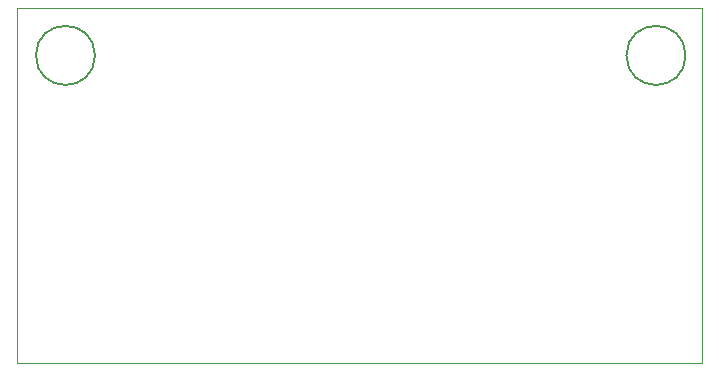
<source format=gbr>
%TF.GenerationSoftware,KiCad,Pcbnew,8.0.1*%
%TF.CreationDate,2024-06-21T13:32:41-03:00*%
%TF.ProjectId,bycicle-speedometer-v2,62796369-636c-4652-9d73-706565646f6d,rev?*%
%TF.SameCoordinates,Original*%
%TF.FileFunction,Profile,NP*%
%FSLAX46Y46*%
G04 Gerber Fmt 4.6, Leading zero omitted, Abs format (unit mm)*
G04 Created by KiCad (PCBNEW 8.0.1) date 2024-06-21 13:32:41*
%MOMM*%
%LPD*%
G01*
G04 APERTURE LIST*
%TA.AperFunction,Profile*%
%ADD10C,0.200000*%
%TD*%
%TA.AperFunction,Profile*%
%ADD11C,0.050000*%
%TD*%
G04 APERTURE END LIST*
D10*
X163000000Y-71000000D02*
G75*
G02*
X158000000Y-71000000I-2500000J0D01*
G01*
X158000000Y-71000000D02*
G75*
G02*
X163000000Y-71000000I2500000J0D01*
G01*
D11*
X156436000Y-67028000D02*
X214404000Y-67028000D01*
X214404000Y-97028000D01*
X156436000Y-97028000D01*
X156436000Y-67028000D01*
D10*
X213000000Y-71000000D02*
G75*
G02*
X208000000Y-71000000I-2500000J0D01*
G01*
X208000000Y-71000000D02*
G75*
G02*
X213000000Y-71000000I2500000J0D01*
G01*
M02*

</source>
